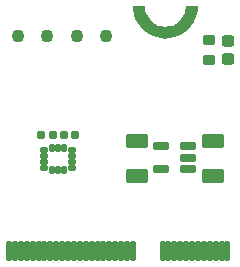
<source format=gbr>
%TF.GenerationSoftware,KiCad,Pcbnew,9.0.0*%
%TF.CreationDate,2025-05-22T16:18:29+04:00*%
%TF.ProjectId,02_01_sensor_IMU,30325f30-315f-4736-956e-736f725f494d,rev?*%
%TF.SameCoordinates,Original*%
%TF.FileFunction,Soldermask,Top*%
%TF.FilePolarity,Negative*%
%FSLAX46Y46*%
G04 Gerber Fmt 4.6, Leading zero omitted, Abs format (unit mm)*
G04 Created by KiCad (PCBNEW 9.0.0) date 2025-05-22 16:18:29*
%MOMM*%
%LPD*%
G01*
G04 APERTURE LIST*
G04 Aperture macros list*
%AMRoundRect*
0 Rectangle with rounded corners*
0 $1 Rounding radius*
0 $2 $3 $4 $5 $6 $7 $8 $9 X,Y pos of 4 corners*
0 Add a 4 corners polygon primitive as box body*
4,1,4,$2,$3,$4,$5,$6,$7,$8,$9,$2,$3,0*
0 Add four circle primitives for the rounded corners*
1,1,$1+$1,$2,$3*
1,1,$1+$1,$4,$5*
1,1,$1+$1,$6,$7*
1,1,$1+$1,$8,$9*
0 Add four rect primitives between the rounded corners*
20,1,$1+$1,$2,$3,$4,$5,0*
20,1,$1+$1,$4,$5,$6,$7,0*
20,1,$1+$1,$6,$7,$8,$9,0*
20,1,$1+$1,$8,$9,$2,$3,0*%
G04 Aperture macros list end*
%ADD10C,0.000000*%
%ADD11RoundRect,0.101600X0.175000X0.725000X-0.175000X0.725000X-0.175000X-0.725000X0.175000X-0.725000X0*%
%ADD12C,0.657200*%
%ADD13C,1.100000*%
%ADD14RoundRect,0.271739X0.678261X-0.353261X0.678261X0.353261X-0.678261X0.353261X-0.678261X-0.353261X0*%
%ADD15RoundRect,0.225000X-0.300000X0.225000X-0.300000X-0.225000X0.300000X-0.225000X0.300000X0.225000X0*%
%ADD16RoundRect,0.165000X0.165000X0.195000X-0.165000X0.195000X-0.165000X-0.195000X0.165000X-0.195000X0*%
%ADD17RoundRect,0.165000X-0.165000X-0.195000X0.165000X-0.195000X0.165000X0.195000X-0.165000X0.195000X0*%
%ADD18RoundRect,0.243750X-0.281250X0.243750X-0.281250X-0.243750X0.281250X-0.243750X0.281250X0.243750X0*%
%ADD19RoundRect,0.112500X0.250000X0.112500X-0.250000X0.112500X-0.250000X-0.112500X0.250000X-0.112500X0*%
%ADD20RoundRect,0.112500X0.112500X0.250000X-0.112500X0.250000X-0.112500X-0.250000X0.112500X-0.250000X0*%
%ADD21RoundRect,0.175000X0.537500X0.175000X-0.537500X0.175000X-0.537500X-0.175000X0.537500X-0.175000X0*%
G04 APERTURE END LIST*
D10*
%TO.C,J1*%
G36*
X150777686Y-92578884D02*
G01*
X150856638Y-92873535D01*
X150985556Y-93150000D01*
X151160522Y-93399878D01*
X151376222Y-93615578D01*
X151626100Y-93790544D01*
X151902565Y-93919462D01*
X152197216Y-93998414D01*
X152501100Y-94025000D01*
X152804984Y-93998414D01*
X153099635Y-93919462D01*
X153376100Y-93790544D01*
X153625978Y-93615578D01*
X153841678Y-93399878D01*
X154016644Y-93150000D01*
X154145562Y-92873535D01*
X154251100Y-92275000D01*
X155251100Y-92275000D01*
X155227573Y-92633947D01*
X155157396Y-92986752D01*
X155041769Y-93327379D01*
X154882670Y-93650000D01*
X154682822Y-93949094D01*
X154445644Y-94219544D01*
X154175194Y-94456722D01*
X153876100Y-94656570D01*
X153553479Y-94815669D01*
X153212852Y-94931296D01*
X152501100Y-95025000D01*
X152142153Y-95001473D01*
X151789348Y-94931296D01*
X151448721Y-94815669D01*
X151126100Y-94656570D01*
X150827006Y-94456722D01*
X150556556Y-94219544D01*
X150319378Y-93949094D01*
X150119530Y-93650000D01*
X149960431Y-93327379D01*
X149844804Y-92986752D01*
X149774627Y-92633947D01*
X149751100Y-92275000D01*
X150751100Y-92275000D01*
X150777686Y-92578884D01*
G37*
%TD*%
D11*
%TO.C,J1*%
X157751100Y-113000000D03*
X157251100Y-113000000D03*
X156751100Y-113000000D03*
X156251100Y-113000000D03*
X155751100Y-113000000D03*
X155251100Y-113000000D03*
X154751100Y-113000000D03*
X154251100Y-113000000D03*
X153751100Y-113000000D03*
X153251100Y-113000000D03*
X152751100Y-113000000D03*
X152251100Y-113000000D03*
X149751100Y-113000000D03*
X149251100Y-113000000D03*
X148751100Y-113000000D03*
X148251100Y-113000000D03*
X147751100Y-113000000D03*
X147251100Y-113000000D03*
X146751100Y-113000000D03*
X146251100Y-113000000D03*
X145751100Y-113000000D03*
X145251100Y-113000000D03*
X144751100Y-113000000D03*
X144251100Y-113000000D03*
X143751100Y-113000000D03*
X143251100Y-113000000D03*
X142751100Y-113000000D03*
X142251100Y-113000000D03*
X141751100Y-113000000D03*
X141251100Y-113000000D03*
X140751100Y-113000000D03*
X140251100Y-113000000D03*
X139751100Y-113000000D03*
X139251100Y-113000000D03*
D12*
X150401100Y-93275000D03*
X152501100Y-94575000D03*
X154601100Y-93275000D03*
%TD*%
D13*
%TO.C,SCK*%
X140000000Y-94800000D03*
%TD*%
D14*
%TO.C,C3*%
X156562500Y-106625000D03*
X156562500Y-103675000D03*
%TD*%
D15*
%TO.C,R1*%
X156200000Y-95175000D03*
X156200000Y-96825000D03*
%TD*%
D16*
%TO.C,C2*%
X144843897Y-103150000D03*
X143883897Y-103150000D03*
%TD*%
D17*
%TO.C,C1*%
X141983897Y-103150000D03*
X142943897Y-103150000D03*
%TD*%
D13*
%TO.C,CS*%
X142500000Y-94800000D03*
%TD*%
D14*
%TO.C,C4*%
X150062500Y-106625000D03*
X150062500Y-103675000D03*
%TD*%
D13*
%TO.C,MOSI*%
X147500000Y-94800000D03*
%TD*%
D18*
%TO.C,D1*%
X157800000Y-95212500D03*
X157800000Y-96787500D03*
%TD*%
D19*
%TO.C,U1*%
X144562500Y-105950000D03*
X144562500Y-105450000D03*
X144562500Y-104950000D03*
X144562500Y-104450000D03*
D20*
X143900000Y-104287500D03*
X143400000Y-104287500D03*
X142900000Y-104287500D03*
D19*
X142237500Y-104450000D03*
X142237500Y-104950000D03*
X142237500Y-105450000D03*
X142237500Y-105950000D03*
D20*
X142900000Y-106112500D03*
X143400000Y-106112500D03*
X143900000Y-106112500D03*
%TD*%
D13*
%TO.C,MISO*%
X145000000Y-94800000D03*
%TD*%
D21*
%TO.C,U2*%
X154437500Y-106050000D03*
X154437500Y-105100000D03*
X154437500Y-104150000D03*
X152162500Y-104150000D03*
X152162500Y-106050000D03*
%TD*%
M02*

</source>
